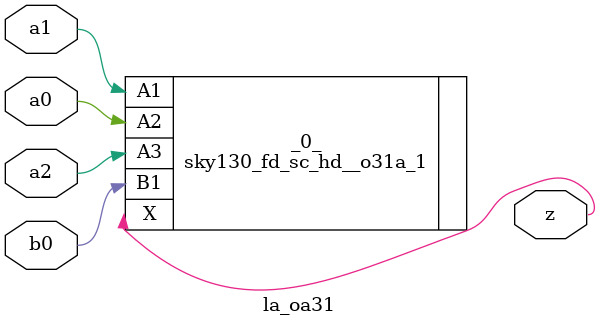
<source format=v>

/* Generated by Yosys 0.44 (git sha1 80ba43d26, g++ 11.4.0-1ubuntu1~22.04 -fPIC -O3) */

(* top =  1  *)
(* src = "generated" *)
(* keep_hierarchy *)
module la_oa31 (
    a0,
    a1,
    a2,
    b0,
    z
);
  (* src = "generated" *)
  input a0;
  wire a0;
  (* src = "generated" *)
  input a1;
  wire a1;
  (* src = "generated" *)
  input a2;
  wire a2;
  (* src = "generated" *)
  input b0;
  wire b0;
  (* src = "generated" *)
  output z;
  wire z;
  sky130_fd_sc_hd__o31a_1 _0_ (
      .A1(a1),
      .A2(a0),
      .A3(a2),
      .B1(b0),
      .X (z)
  );
endmodule

</source>
